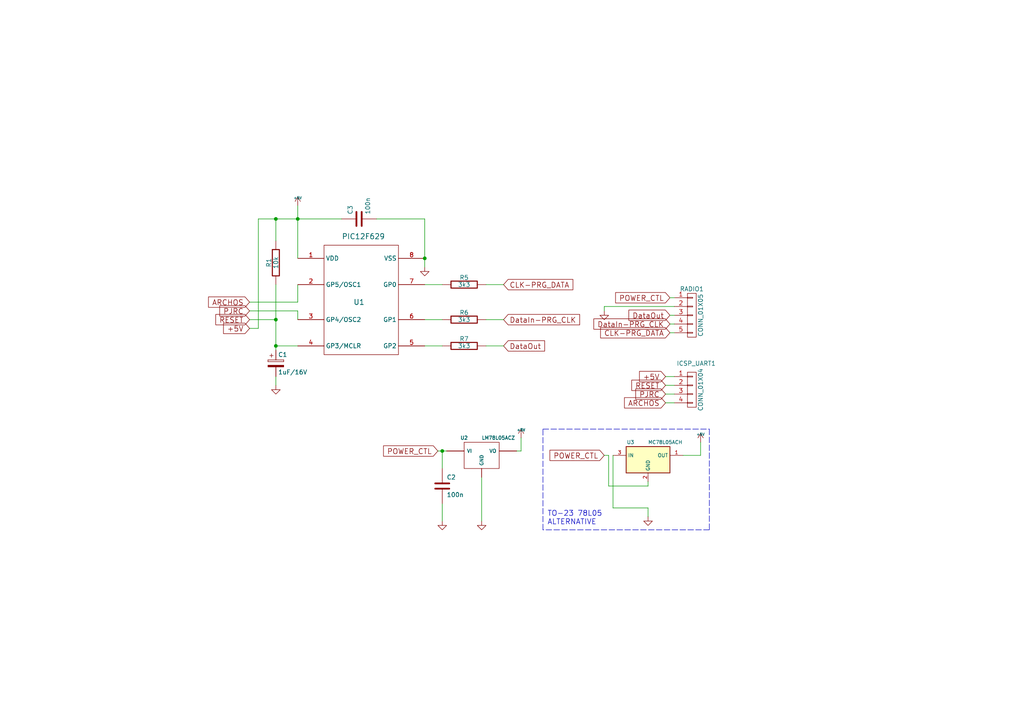
<source format=kicad_sch>
(kicad_sch (version 20200602) (host eeschema "5.99.0-unknown-6083c08~88~ubuntu18.04.1")
  (page 1 1)
  (paper "A4")
  (title_block (date "30 jan 2014"))
  (lib_symbols
    (symbol "vwcdpic-rescue:+5V" (power) (pin_names (offset 0))
      (property "Value" "+5V" (at 0 3.556 0))
      (symbol "+5V_0_1"
        (polyline (pts (xy -0.762 1.27) (xy 0 2.54)))
        (polyline (pts (xy 0 0) (xy 0 2.54)))
        (polyline (pts (xy 0 2.54) (xy 0.762 1.27)))
      )
      (symbol "+5V_1_1"
        (pin power_in line (at 0 0 90) (length 0) hide (name "+5V") (number "1"))
      )
    )
    (symbol "vwcdpic-rescue:78L05" (pin_numbers hide) (pin_names (offset 0.762))
      (property "Reference" "U" (at 3.81 -4.9784 0))
      (property "Value" "78L05" (at 0 5.08 0))
      (symbol "78L05_0_1"
        (rectangle (start -5.08 -3.81) (end 5.08 3.81))
      )
      (symbol "78L05_1_1"
        (pin input line (at 0 -6.35 90) (length 2.54) (name "GND") (number "GND"))
        (pin input line (at -10.16 1.27 0) (length 5.08) (name "VI") (number "VI"))
        (pin power_out line (at 10.16 1.27 180) (length 5.08) (name "VO") (number "VO"))
      )
    )
    (symbol "vwcdpic-rescue:C-RESCUE-emulator" (pin_numbers hide) (pin_names (offset 0.254))
      (property "Reference" "C" (at 1.27 2.54 0))
      (property "Value" "C-RESCUE-emulator" (at 1.27 -2.54 0))
      (symbol "C-RESCUE-emulator_0_1"
        (polyline (pts (xy -2.032 -0.762) (xy 2.032 -0.762)) (stroke (width 0.508)))
        (polyline (pts (xy -2.032 0.762) (xy 2.032 0.762)) (stroke (width 0.508)))
      )
      (symbol "C-RESCUE-emulator_1_1"
        (pin passive line (at 0 5.08 270) (length 4.318) (name "~") (number "1"))
        (pin passive line (at 0 -5.08 90) (length 4.318) (name "~") (number "2"))
      )
    )
    (symbol "vwcdpic-rescue:CONN_01X04" (pin_names hide)
      (property "Reference" "P" (at 0 6.35 0))
      (property "Value" "CONN_01X04" (at 2.54 0 90))
      (symbol "CONN_01X04_0_1"
        (rectangle (start -1.27 -3.683) (end 0.254 -3.937))
        (rectangle (start -1.27 -1.143) (end 0.254 -1.397))
        (rectangle (start -1.27 1.397) (end 0.254 1.143))
        (rectangle (start -1.27 3.937) (end 0.254 3.683))
        (rectangle (start -1.27 5.08) (end 1.27 -5.08))
      )
      (symbol "CONN_01X04_1_1"
        (pin passive line (at -5.08 3.81 0) (length 3.81) (name "P1") (number "1"))
        (pin passive line (at -5.08 1.27 0) (length 3.81) (name "P2") (number "2"))
        (pin passive line (at -5.08 -1.27 0) (length 3.81) (name "P3") (number "3"))
        (pin passive line (at -5.08 -3.81 0) (length 3.81) (name "P4") (number "4"))
      )
    )
    (symbol "vwcdpic-rescue:CONN_01X05" (pin_names hide)
      (property "Reference" "P" (at 0 7.62 0))
      (property "Value" "CONN_01X05" (at 2.54 0 90))
      (symbol "CONN_01X05_0_1"
        (rectangle (start -1.27 -4.953) (end 0.254 -5.207))
        (rectangle (start -1.27 -2.413) (end 0.254 -2.667))
        (rectangle (start -1.27 0.127) (end 0.254 -0.127))
        (rectangle (start -1.27 2.667) (end 0.254 2.413))
        (rectangle (start -1.27 5.207) (end 0.254 4.953))
        (rectangle (start -1.27 6.35) (end 1.27 -6.35))
      )
      (symbol "CONN_01X05_1_1"
        (pin passive line (at -5.08 5.08 0) (length 3.81) (name "P1") (number "1"))
        (pin passive line (at -5.08 2.54 0) (length 3.81) (name "P2") (number "2"))
        (pin passive line (at -5.08 0 0) (length 3.81) (name "P3") (number "3"))
        (pin passive line (at -5.08 -2.54 0) (length 3.81) (name "P4") (number "4"))
        (pin passive line (at -5.08 -5.08 0) (length 3.81) (name "P5") (number "5"))
      )
    )
    (symbol "vwcdpic-rescue:CP" (pin_numbers hide) (pin_names (offset 0.254))
      (property "Reference" "C" (at 0.635 2.54 0))
      (property "Value" "CP" (at 0.635 -2.54 0))
      (symbol "CP_0_1"
        (rectangle (start -2.286 0.508) (end -2.286 1.016))
        (rectangle (start -2.286 0.508) (end 2.286 0.508))
        (rectangle (start 2.286 1.016) (end -2.286 1.016))
        (rectangle (start 2.286 1.016) (end 2.286 0.508))
        (rectangle (start 2.286 -0.508) (end -2.286 -1.016) (fill (type outline)))
        (polyline (pts (xy -1.778 2.286) (xy -0.762 2.286)))
        (polyline (pts (xy -1.27 2.794) (xy -1.27 1.778)))
      )
      (symbol "CP_1_1"
        (pin passive line (at 0 3.81 270) (length 2.794) (name "~") (number "1"))
        (pin passive line (at 0 -3.81 90) (length 2.794) (name "~") (number "2"))
      )
    )
    (symbol "vwcdpic-rescue:GND" (power) (pin_names (offset 0))
      (property "Value" "GND" (at 0 -3.81 0))
      (symbol "GND_0_1"
        (polyline (pts (xy 0 0) (xy 0 -1.27) (xy 1.27 -1.27) (xy 0 -2.54) (xy -1.27 -1.27) (xy 0 -1.27)))
      )
      (symbol "GND_1_1"
        (pin power_in line (at 0 0 270) (length 0) hide (name "GND") (number "1"))
      )
    )
    (symbol "vwcdpic-rescue:MC78L05ACH"
      (property "Reference" "U" (at -5.08 5.08 0))
      (property "Value" "MC78L05ACH" (at 0 5.08 0))
      (property "Footprint" "SOT-89" (at 0 2.54 0))
      (symbol "MC78L05ACH_0_1"
        (rectangle (start -6.35 3.81) (end 6.35 -3.81) (stroke (width 0.254)) (fill (type background)))
      )
      (symbol "MC78L05ACH_1_1"
        (pin power_out line (at 10.16 1.27 180) (length 3.81) (name "OUT") (number "1"))
        (pin power_out line (at 0 -6.35 90) (length 2.54) (name "GND") (number "2"))
        (pin input line (at -10.16 1.27 0) (length 3.81) (name "IN") (number "3"))
      )
    )
    (symbol "vwcdpic-rescue:PIC12F629"
      (property "Reference" "U" (at -1.27 0 0))
      (property "Value" "PIC12F629" (at 0 19.05 0))
      (symbol "PIC12F629_0_1"
        (rectangle (start 10.16 -15.24) (end -11.43 16.51))
      )
      (symbol "PIC12F629_1_1"
        (pin power_in line (at -19.05 12.7 0) (length 7.62) (name "VDD") (number "1"))
        (pin input line (at -19.05 5.08 0) (length 7.62) (name "GP5/OSC1") (number "2"))
        (pin input line (at -19.05 -5.08 0) (length 7.62) (name "GP4/OSC2") (number "3"))
        (pin input line (at -19.05 -12.7 0) (length 7.62) (name "GP3/MCLR") (number "4"))
        (pin input line (at 17.78 -12.7 180) (length 7.62) (name "GP2") (number "5"))
        (pin input line (at 17.78 -5.08 180) (length 7.62) (name "GP1") (number "6"))
        (pin input line (at 17.78 5.08 180) (length 7.62) (name "GP0") (number "7"))
        (pin power_in line (at 17.78 12.7 180) (length 7.62) (name "VSS") (number "8"))
      )
      (symbol "PIC12F629_1_2"
        (pin power_in line (at -19.05 12.7 0) (length 7.62) (name "VDD") (number "1"))
        (pin input line (at -19.05 5.08 0) (length 7.62) (name "GP5/OSC1") (number "2"))
        (pin input line (at -19.05 -5.08 0) (length 7.62) (name "GP4/OSC2") (number "3"))
        (pin input line (at -19.05 -12.7 0) (length 7.62) (name "GP3/MCLR") (number "4"))
        (pin input line (at 17.78 -12.7 180) (length 7.62) (name "GP2") (number "5"))
        (pin input line (at 17.78 -5.08 180) (length 7.62) (name "GP1") (number "6"))
        (pin input line (at 17.78 5.08 180) (length 7.62) (name "GP0") (number "7"))
        (pin power_in line (at 17.78 12.7 180) (length 7.62) (name "VSS") (number "8"))
      )
    )
    (symbol "vwcdpic-rescue:R-RESCUE-emulator" (pin_numbers hide) (pin_names (offset 0))
      (property "Reference" "R" (at 2.032 0 90))
      (property "Value" "R-RESCUE-emulator" (at 0.1778 0.0254 90))
      (symbol "R-RESCUE-emulator_0_1"
        (rectangle (start -1.016 3.81) (end 1.016 -3.81) (stroke (width 0.3048)))
      )
      (symbol "R-RESCUE-emulator_1_1"
        (pin passive line (at 0 6.35 270) (length 2.54) (name "~") (number "1"))
        (pin passive line (at 0 -6.35 90) (length 2.54) (name "~") (number "2"))
      )
    )
  )
  (junction (at 80.01 63.5))
  (junction (at 80.01 92.71))
  (junction (at 80.01 100.33))
  (junction (at 86.36 63.5))
  (junction (at 123.19 74.93))
  (junction (at 128.27 130.81))
  (wire (pts (xy 72.39 90.17) (xy 86.36 90.17)))
  (wire (pts (xy 72.39 92.71) (xy 80.01 92.71)))
  (wire (pts (xy 74.93 63.5) (xy 74.93 95.25)))
  (wire (pts (xy 74.93 63.5) (xy 80.01 63.5)))
  (wire (pts (xy 74.93 95.25) (xy 72.39 95.25)))
  (wire (pts (xy 80.01 63.5) (xy 86.36 63.5)))
  (wire (pts (xy 80.01 69.85) (xy 80.01 63.5)))
  (wire (pts (xy 80.01 82.55) (xy 80.01 92.71)))
  (wire (pts (xy 80.01 92.71) (xy 80.01 100.33)))
  (wire (pts (xy 80.01 100.33) (xy 80.01 101.6)))
  (wire (pts (xy 80.01 100.33) (xy 86.36 100.33)))
  (wire (pts (xy 80.01 111.76) (xy 80.01 109.22)))
  (wire (pts (xy 86.36 59.69) (xy 86.36 63.5)))
  (wire (pts (xy 86.36 63.5) (xy 86.36 74.93)))
  (wire (pts (xy 86.36 63.5) (xy 99.06 63.5)))
  (wire (pts (xy 86.36 82.55) (xy 86.36 87.63)))
  (wire (pts (xy 86.36 87.63) (xy 72.39 87.63)))
  (wire (pts (xy 86.36 90.17) (xy 86.36 92.71)))
  (wire (pts (xy 109.22 63.5) (xy 123.19 63.5)))
  (wire (pts (xy 123.19 63.5) (xy 123.19 74.93)))
  (wire (pts (xy 123.19 74.93) (xy 123.19 77.47)))
  (wire (pts (xy 123.19 92.71) (xy 128.27 92.71)))
  (wire (pts (xy 123.19 100.33) (xy 128.27 100.33)))
  (wire (pts (xy 127 130.81) (xy 128.27 130.81)))
  (wire (pts (xy 128.27 82.55) (xy 123.19 82.55)))
  (wire (pts (xy 128.27 130.81) (xy 129.54 130.81)))
  (wire (pts (xy 128.27 135.89) (xy 128.27 130.81)))
  (wire (pts (xy 128.27 146.05) (xy 128.27 151.13)))
  (wire (pts (xy 139.7 138.43) (xy 139.7 151.13)))
  (wire (pts (xy 140.97 82.55) (xy 146.05 82.55)))
  (wire (pts (xy 140.97 92.71) (xy 146.05 92.71)))
  (wire (pts (xy 140.97 100.33) (xy 146.05 100.33)))
  (wire (pts (xy 149.86 130.81) (xy 151.13 130.81)))
  (wire (pts (xy 151.13 130.81) (xy 151.13 127)))
  (wire (pts (xy 175.26 88.9) (xy 175.26 90.17)))
  (wire (pts (xy 175.26 88.9) (xy 195.58 88.9)))
  (wire (pts (xy 176.53 132.08) (xy 175.26 132.08)))
  (wire (pts (xy 176.53 140.97) (xy 176.53 132.08)))
  (wire (pts (xy 177.8 132.08) (xy 177.8 147.32)))
  (wire (pts (xy 177.8 147.32) (xy 187.96 147.32)))
  (wire (pts (xy 187.96 139.7) (xy 187.96 140.97)))
  (wire (pts (xy 187.96 140.97) (xy 176.53 140.97)))
  (wire (pts (xy 187.96 147.32) (xy 187.96 149.86)))
  (wire (pts (xy 193.04 109.22) (xy 195.58 109.22)))
  (wire (pts (xy 193.04 111.76) (xy 195.58 111.76)))
  (wire (pts (xy 193.04 114.3) (xy 195.58 114.3)))
  (wire (pts (xy 194.31 86.36) (xy 195.58 86.36)))
  (wire (pts (xy 194.31 91.44) (xy 195.58 91.44)))
  (wire (pts (xy 194.31 93.98) (xy 195.58 93.98)))
  (wire (pts (xy 194.31 96.52) (xy 195.58 96.52)))
  (wire (pts (xy 195.58 116.84) (xy 193.04 116.84)))
  (wire (pts (xy 203.2 128.27) (xy 203.2 132.08)))
  (wire (pts (xy 203.2 132.08) (xy 198.12 132.08)))
  (polyline (pts (xy 157.48 124.46) (xy 205.74 124.46)) (stroke (width 0) (type dash)))
  (polyline (pts (xy 157.48 153.67) (xy 157.48 124.46)) (stroke (width 0) (type dash)))
  (polyline (pts (xy 205.74 124.46) (xy 205.74 153.67)) (stroke (width 0) (type dash)))
  (polyline (pts (xy 205.74 153.67) (xy 157.48 153.67)) (stroke (width 0) (type dash)))
  (text "TO-23 78L05\nALTERNATIVE" (at 158.75 152.4 0) (effects (font (size 1.524 1.524)) (justify left bottom)))
  (global_label "ARCHOS" (shape input) (at 72.39 87.63 180) (effects (font (size 1.524 1.524))))
  (global_label "PJRC" (shape input) (at 72.39 90.17 180) (effects (font (size 1.524 1.524))))
  (global_label "RESET" (shape input) (at 72.39 92.71 180) (effects (font (size 1.524 1.524))))
  (global_label "+5V" (shape input) (at 72.39 95.25 180) (effects (font (size 1.524 1.524))))
  (global_label "POWER_CTL" (shape input) (at 127 130.81 180) (effects (font (size 1.524 1.524))))
  (global_label "CLK-PRG_DATA" (shape input) (at 146.05 82.55 0) (effects (font (size 1.524 1.524))))
  (global_label "DataIn-PRG_CLK" (shape input) (at 146.05 92.71 0) (effects (font (size 1.524 1.524))))
  (global_label "DataOut" (shape input) (at 146.05 100.33 0) (effects (font (size 1.524 1.524))))
  (global_label "POWER_CTL" (shape input) (at 175.26 132.08 180) (effects (font (size 1.524 1.524))))
  (global_label "+5V" (shape input) (at 193.04 109.22 180) (effects (font (size 1.524 1.524))))
  (global_label "RESET" (shape input) (at 193.04 111.76 180) (effects (font (size 1.524 1.524))))
  (global_label "PJRC" (shape input) (at 193.04 114.3 180) (effects (font (size 1.524 1.524))))
  (global_label "ARCHOS" (shape input) (at 193.04 116.84 180) (effects (font (size 1.524 1.524))))
  (global_label "POWER_CTL" (shape input) (at 194.31 86.36 180) (effects (font (size 1.524 1.524))))
  (global_label "DataOut" (shape input) (at 194.31 91.44 180) (effects (font (size 1.524 1.524))))
  (global_label "DataIn-PRG_CLK" (shape input) (at 194.31 93.98 180) (effects (font (size 1.524 1.524))))
  (global_label "CLK-PRG_DATA" (shape input) (at 194.31 96.52 180) (effects (font (size 1.524 1.524))))
  (symbol (lib_id "vwcdpic-rescue:+5V") (at 86.36 59.69 0) (unit 1)
    (property "Reference" "#PWR02" (effects hide))
    (property "Value" "+5V" (at 86.36 57.404 0) (effects (font (size 0.762 0.762))))
  )
  (symbol (lib_id "vwcdpic-rescue:+5V") (at 151.13 127 0) (unit 1)
    (property "Reference" "#PWR03" (effects hide))
    (property "Value" "+5V" (at 151.13 124.714 0) (effects (font (size 0.762 0.762))))
  )
  (symbol (lib_id "vwcdpic-rescue:+5V") (at 203.2 128.27 0) (unit 1)
    (property "Reference" "#PWR08" (effects hide))
    (property "Value" "+5V" (at 203.2 125.984 0) (effects (font (size 0.762 0.762))))
  )
  (symbol (lib_id "vwcdpic-rescue:GND") (at 80.01 111.76 0) (unit 1)
    (property "Reference" "#PWR07" (effects hide))
    (property "Value" "GND" (effects hide))
  )
  (symbol (lib_id "vwcdpic-rescue:GND") (at 123.19 77.47 0) (unit 1)
    (property "Reference" "#PWR04" (effects hide))
    (property "Value" "GND" (effects hide))
  )
  (symbol (lib_id "vwcdpic-rescue:GND") (at 128.27 151.13 0) (unit 1)
    (property "Reference" "#PWR06" (effects hide))
    (property "Value" "GND" (effects hide))
  )
  (symbol (lib_id "vwcdpic-rescue:GND") (at 139.7 151.13 0) (unit 1)
    (property "Reference" "#PWR05" (effects hide))
    (property "Value" "GND" (effects hide))
  )
  (symbol (lib_id "vwcdpic-rescue:GND") (at 175.26 90.17 0) (unit 1)
    (property "Reference" "#PWR01" (effects hide))
    (property "Value" "GND" (effects hide))
  )
  (symbol (lib_id "vwcdpic-rescue:GND") (at 187.96 149.86 0) (unit 1)
    (property "Reference" "#PWR09" (effects hide))
    (property "Value" "GND" (effects hide))
  )
  (symbol (lib_id "vwcdpic-rescue:R-RESCUE-emulator") (at 80.01 76.2 180) (unit 1)
    (property "Reference" "R1" (at 77.978 76.2 90))
    (property "Value" "10k" (at 80.01 76.2 90))
    (property "Footprint" "Resistors_SMD:R_0805" (effects hide))
  )
  (symbol (lib_id "vwcdpic-rescue:R-RESCUE-emulator") (at 134.62 82.55 90) (unit 1)
    (property "Reference" "R5" (at 134.62 80.518 90))
    (property "Value" "3k3" (at 134.62 82.55 90))
    (property "Footprint" "Resistors_SMD:R_0805" (effects hide))
  )
  (symbol (lib_id "vwcdpic-rescue:R-RESCUE-emulator") (at 134.62 92.71 90) (unit 1)
    (property "Reference" "R6" (at 134.62 90.678 90))
    (property "Value" "3k3" (at 134.62 92.71 90))
    (property "Footprint" "Resistors_SMD:R_0805" (effects hide))
  )
  (symbol (lib_id "vwcdpic-rescue:R-RESCUE-emulator") (at 134.62 100.33 90) (unit 1)
    (property "Reference" "R7" (at 134.62 98.298 90))
    (property "Value" "3k3" (at 134.62 100.33 90))
    (property "Footprint" "Resistors_SMD:R_0805" (effects hide))
  )
  (symbol (lib_id "vwcdpic-rescue:CP") (at 80.01 105.41 0) (unit 1)
    (property "Reference" "C1" (at 80.645 102.87 0) (effects (justify left)))
    (property "Value" "1uF/16V" (at 80.645 107.95 0) (effects (justify left)))
    (property "Footprint" "Capacitors_SMD:C_0805_HandSoldering" (effects hide))
  )
  (symbol (lib_id "vwcdpic-rescue:C-RESCUE-emulator") (at 104.14 63.5 90) (unit 1)
    (property "Reference" "C3" (at 101.6 62.23 0) (effects (justify left)))
    (property "Value" "100n" (at 106.68 62.23 0) (effects (justify left)))
    (property "Footprint" "Capacitors_SMD:C_0805" (effects hide))
  )
  (symbol (lib_id "vwcdpic-rescue:C-RESCUE-emulator") (at 128.27 140.97 0) (unit 1)
    (property "Reference" "C2" (at 129.54 138.43 0) (effects (justify left)))
    (property "Value" "100n" (at 129.54 143.51 0) (effects (justify left)))
    (property "Footprint" "Capacitors_SMD:C_0805" (effects hide))
  )
  (symbol (lib_id "vwcdpic-rescue:CONN_01X04") (at 200.66 113.03 0) (unit 1)
    (property "Reference" "ICSP_UART1" (at 201.93 105.41 0))
    (property "Value" "CONN_01X04" (at 203.2 113.03 90))
    (property "Footprint" "Pin_Headers:Pin_Header_Straight_1x04" (effects hide))
  )
  (symbol (lib_id "vwcdpic-rescue:CONN_01X05") (at 200.66 91.44 0) (unit 1)
    (property "Reference" "RADIO1" (at 200.66 83.82 0))
    (property "Value" "CONN_01X05" (at 203.2 91.44 90))
    (property "Footprint" "Pin_Headers:Pin_Header_Straight_1x05" (effects hide))
  )
  (symbol (lib_id "vwcdpic-rescue:78L05") (at 139.7 132.08 0) (unit 1)
    (property "Reference" "U2" (at 134.62 127 0) (effects (font (size 1.016 1.016))))
    (property "Value" "LM78L05ACZ" (at 139.7 127 0) (effects (font (size 1.016 1.016)) (justify left)))
    (property "Footprint" "my_modules:SOT-223-REGULATOR" (effects hide))
  )
  (symbol (lib_id "vwcdpic-rescue:MC78L05ACH") (at 187.96 133.35 0) (unit 1)
    (property "Reference" "U3" (at 182.88 128.27 0) (effects (font (size 1.016 1.016))))
    (property "Value" "MC78L05ACH" (at 187.96 128.27 0) (effects (font (size 1.016 1.016)) (justify left)))
    (property "Footprint" "TO_SOT_Packages_SMD:SOT-23_Handsoldering" (effects hide))
  )
  (symbol (lib_id "vwcdpic-rescue:PIC12F629") (at 105.41 87.63 0) (unit 1)
    (property "Reference" "U1" (at 104.14 87.63 0) (effects (font (size 1.524 1.524))))
    (property "Value" "PIC12F629" (at 105.41 68.58 0) (effects (font (size 1.524 1.524))))
    (property "Footprint" "my_modules:SOIC-8-W_long_pads" (effects hide))
  )
)
</source>
